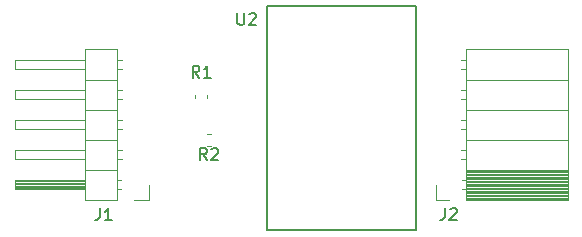
<source format=gbr>
G04 #@! TF.GenerationSoftware,KiCad,Pcbnew,(5.0.2)-1*
G04 #@! TF.CreationDate,2019-05-12T20:06:40-07:00*
G04 #@! TF.ProjectId,7_segment_display,375f7365-676d-4656-9e74-5f646973706c,rev?*
G04 #@! TF.SameCoordinates,Original*
G04 #@! TF.FileFunction,Legend,Top*
G04 #@! TF.FilePolarity,Positive*
%FSLAX46Y46*%
G04 Gerber Fmt 4.6, Leading zero omitted, Abs format (unit mm)*
G04 Created by KiCad (PCBNEW (5.0.2)-1) date 5/12/2019 8:06:40 PM*
%MOMM*%
%LPD*%
G01*
G04 APERTURE LIST*
%ADD10C,0.120000*%
%ADD11C,0.150000*%
G04 APERTURE END LIST*
D10*
G04 #@! TO.C,J1*
X5080000Y-16510000D02*
X3810000Y-16510000D01*
X5080000Y-15240000D02*
X5080000Y-16510000D01*
X2767071Y-4700000D02*
X2370000Y-4700000D01*
X2767071Y-5460000D02*
X2370000Y-5460000D01*
X-6290000Y-4700000D02*
X-290000Y-4700000D01*
X-6290000Y-5460000D02*
X-6290000Y-4700000D01*
X-290000Y-5460000D02*
X-6290000Y-5460000D01*
X2370000Y-6350000D02*
X-290000Y-6350000D01*
X2767071Y-7240000D02*
X2370000Y-7240000D01*
X2767071Y-8000000D02*
X2370000Y-8000000D01*
X-6290000Y-7240000D02*
X-290000Y-7240000D01*
X-6290000Y-8000000D02*
X-6290000Y-7240000D01*
X-290000Y-8000000D02*
X-6290000Y-8000000D01*
X2370000Y-8890000D02*
X-290000Y-8890000D01*
X2767071Y-9780000D02*
X2370000Y-9780000D01*
X2767071Y-10540000D02*
X2370000Y-10540000D01*
X-6290000Y-9780000D02*
X-290000Y-9780000D01*
X-6290000Y-10540000D02*
X-6290000Y-9780000D01*
X-290000Y-10540000D02*
X-6290000Y-10540000D01*
X2370000Y-11430000D02*
X-290000Y-11430000D01*
X2767071Y-12320000D02*
X2370000Y-12320000D01*
X2767071Y-13080000D02*
X2370000Y-13080000D01*
X-6290000Y-12320000D02*
X-290000Y-12320000D01*
X-6290000Y-13080000D02*
X-6290000Y-12320000D01*
X-290000Y-13080000D02*
X-6290000Y-13080000D01*
X2370000Y-13970000D02*
X-290000Y-13970000D01*
X2700000Y-14860000D02*
X2370000Y-14860000D01*
X2700000Y-15620000D02*
X2370000Y-15620000D01*
X-290000Y-14960000D02*
X-6290000Y-14960000D01*
X-290000Y-15080000D02*
X-6290000Y-15080000D01*
X-290000Y-15200000D02*
X-6290000Y-15200000D01*
X-290000Y-15320000D02*
X-6290000Y-15320000D01*
X-290000Y-15440000D02*
X-6290000Y-15440000D01*
X-290000Y-15560000D02*
X-6290000Y-15560000D01*
X-6290000Y-14860000D02*
X-290000Y-14860000D01*
X-6290000Y-15620000D02*
X-6290000Y-14860000D01*
X-290000Y-15620000D02*
X-6290000Y-15620000D01*
X-290000Y-16570000D02*
X2370000Y-16570000D01*
X-290000Y-3750000D02*
X-290000Y-16570000D01*
X2370000Y-3750000D02*
X-290000Y-3750000D01*
X2370000Y-16570000D02*
X2370000Y-3750000D01*
G04 #@! TO.C,J2*
X30480000Y-16570000D02*
X29370000Y-16570000D01*
X29370000Y-16570000D02*
X29370000Y-15240000D01*
X40570000Y-16570000D02*
X40570000Y-3750000D01*
X40570000Y-3750000D02*
X31940000Y-3750000D01*
X31940000Y-16570000D02*
X31940000Y-3750000D01*
X40570000Y-16570000D02*
X31940000Y-16570000D01*
X40570000Y-6350000D02*
X31940000Y-6350000D01*
X40570000Y-8890000D02*
X31940000Y-8890000D01*
X40570000Y-11430000D02*
X31940000Y-11430000D01*
X40570000Y-13970000D02*
X31940000Y-13970000D01*
X31940000Y-4720000D02*
X31530000Y-4720000D01*
X31940000Y-5440000D02*
X31530000Y-5440000D01*
X31940000Y-7260000D02*
X31530000Y-7260000D01*
X31940000Y-7980000D02*
X31530000Y-7980000D01*
X31940000Y-9800000D02*
X31530000Y-9800000D01*
X31940000Y-10520000D02*
X31530000Y-10520000D01*
X31940000Y-12340000D02*
X31530000Y-12340000D01*
X31940000Y-13060000D02*
X31530000Y-13060000D01*
X31940000Y-14880000D02*
X31590000Y-14880000D01*
X31940000Y-15600000D02*
X31590000Y-15600000D01*
X40570000Y-14088100D02*
X31940000Y-14088100D01*
X40570000Y-14206195D02*
X31940000Y-14206195D01*
X40570000Y-14324290D02*
X31940000Y-14324290D01*
X40570000Y-14442385D02*
X31940000Y-14442385D01*
X40570000Y-14560480D02*
X31940000Y-14560480D01*
X40570000Y-14678575D02*
X31940000Y-14678575D01*
X40570000Y-14796670D02*
X31940000Y-14796670D01*
X40570000Y-14914765D02*
X31940000Y-14914765D01*
X40570000Y-15032860D02*
X31940000Y-15032860D01*
X40570000Y-15150955D02*
X31940000Y-15150955D01*
X40570000Y-15269050D02*
X31940000Y-15269050D01*
X40570000Y-15387145D02*
X31940000Y-15387145D01*
X40570000Y-15505240D02*
X31940000Y-15505240D01*
X40570000Y-15623335D02*
X31940000Y-15623335D01*
X40570000Y-15741430D02*
X31940000Y-15741430D01*
X40570000Y-15859525D02*
X31940000Y-15859525D01*
X40570000Y-15977620D02*
X31940000Y-15977620D01*
X40570000Y-16095715D02*
X31940000Y-16095715D01*
X40570000Y-16213810D02*
X31940000Y-16213810D01*
X40570000Y-16331905D02*
X31940000Y-16331905D01*
X40570000Y-16450000D02*
X31940000Y-16450000D01*
G04 #@! TO.C,R1*
X9015000Y-7609721D02*
X9015000Y-7935279D01*
X10035000Y-7609721D02*
X10035000Y-7935279D01*
G04 #@! TO.C,R2*
X9997221Y-11940000D02*
X10322779Y-11940000D01*
X9997221Y-10920000D02*
X10322779Y-10920000D01*
D11*
G04 #@! TO.C,U2*
X15065001Y-19115001D02*
X15065001Y-115001D01*
X27665001Y-19115001D02*
X15065001Y-19115001D01*
X27665001Y-115001D02*
X27665001Y-19115001D01*
X15065001Y-115001D02*
X27665001Y-115001D01*
G04 #@! TO.C,J1*
X936666Y-17232380D02*
X936666Y-17946666D01*
X889047Y-18089523D01*
X793809Y-18184761D01*
X650952Y-18232380D01*
X555714Y-18232380D01*
X1936666Y-18232380D02*
X1365238Y-18232380D01*
X1650952Y-18232380D02*
X1650952Y-17232380D01*
X1555714Y-17375238D01*
X1460476Y-17470476D01*
X1365238Y-17518095D01*
G04 #@! TO.C,J2*
X30146666Y-17232380D02*
X30146666Y-17946666D01*
X30099047Y-18089523D01*
X30003809Y-18184761D01*
X29860952Y-18232380D01*
X29765714Y-18232380D01*
X30575238Y-17327619D02*
X30622857Y-17280000D01*
X30718095Y-17232380D01*
X30956190Y-17232380D01*
X31051428Y-17280000D01*
X31099047Y-17327619D01*
X31146666Y-17422857D01*
X31146666Y-17518095D01*
X31099047Y-17660952D01*
X30527619Y-18232380D01*
X31146666Y-18232380D01*
G04 #@! TO.C,R1*
X9358333Y-6167380D02*
X9025000Y-5691190D01*
X8786904Y-6167380D02*
X8786904Y-5167380D01*
X9167857Y-5167380D01*
X9263095Y-5215000D01*
X9310714Y-5262619D01*
X9358333Y-5357857D01*
X9358333Y-5500714D01*
X9310714Y-5595952D01*
X9263095Y-5643571D01*
X9167857Y-5691190D01*
X8786904Y-5691190D01*
X10310714Y-6167380D02*
X9739285Y-6167380D01*
X10025000Y-6167380D02*
X10025000Y-5167380D01*
X9929761Y-5310238D01*
X9834523Y-5405476D01*
X9739285Y-5453095D01*
G04 #@! TO.C,R2*
X9993333Y-13152380D02*
X9660000Y-12676190D01*
X9421904Y-13152380D02*
X9421904Y-12152380D01*
X9802857Y-12152380D01*
X9898095Y-12200000D01*
X9945714Y-12247619D01*
X9993333Y-12342857D01*
X9993333Y-12485714D01*
X9945714Y-12580952D01*
X9898095Y-12628571D01*
X9802857Y-12676190D01*
X9421904Y-12676190D01*
X10374285Y-12247619D02*
X10421904Y-12200000D01*
X10517142Y-12152380D01*
X10755238Y-12152380D01*
X10850476Y-12200000D01*
X10898095Y-12247619D01*
X10945714Y-12342857D01*
X10945714Y-12438095D01*
X10898095Y-12580952D01*
X10326666Y-13152380D01*
X10945714Y-13152380D01*
G04 #@! TO.C,U2*
X12573095Y-722380D02*
X12573095Y-1531904D01*
X12620714Y-1627142D01*
X12668333Y-1674761D01*
X12763571Y-1722380D01*
X12954047Y-1722380D01*
X13049285Y-1674761D01*
X13096904Y-1627142D01*
X13144523Y-1531904D01*
X13144523Y-722380D01*
X13573095Y-817619D02*
X13620714Y-770000D01*
X13715952Y-722380D01*
X13954047Y-722380D01*
X14049285Y-770000D01*
X14096904Y-817619D01*
X14144523Y-912857D01*
X14144523Y-1008095D01*
X14096904Y-1150952D01*
X13525476Y-1722380D01*
X14144523Y-1722380D01*
G04 #@! TD*
M02*

</source>
